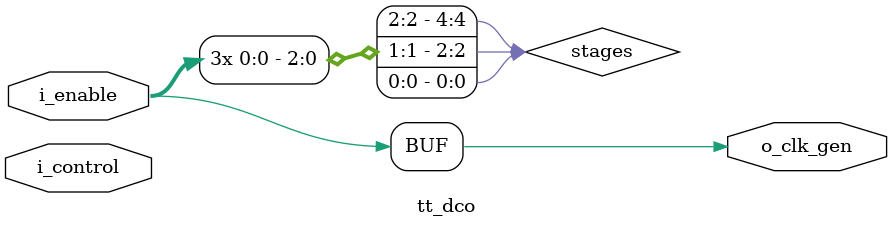
<source format=sv>

module tt_dco (
  input logic               i_enable,
  input logic signed [31:0] i_control, // PI controller output
  output logic              o_clk_gen
);
  localparam NUM_INV_STAGES = 5;
  logic [NUM_INV_STAGES-1:0] stages;

  assign stages[0] = i_enable;
  
  generate
    for (genvar i = 0; i < NUM_INV_STAGES - 1; i++) begin : gen_inverter_stage
      assign #((i_control + 16'h8000) >> 16'd10)
        stages[i+1] = !stages[i]; // Adjusting delay here
    end
  endgenerate

  assign o_clk_gen = stages[NUM_INV_STAGES-1];

endmodule

</source>
